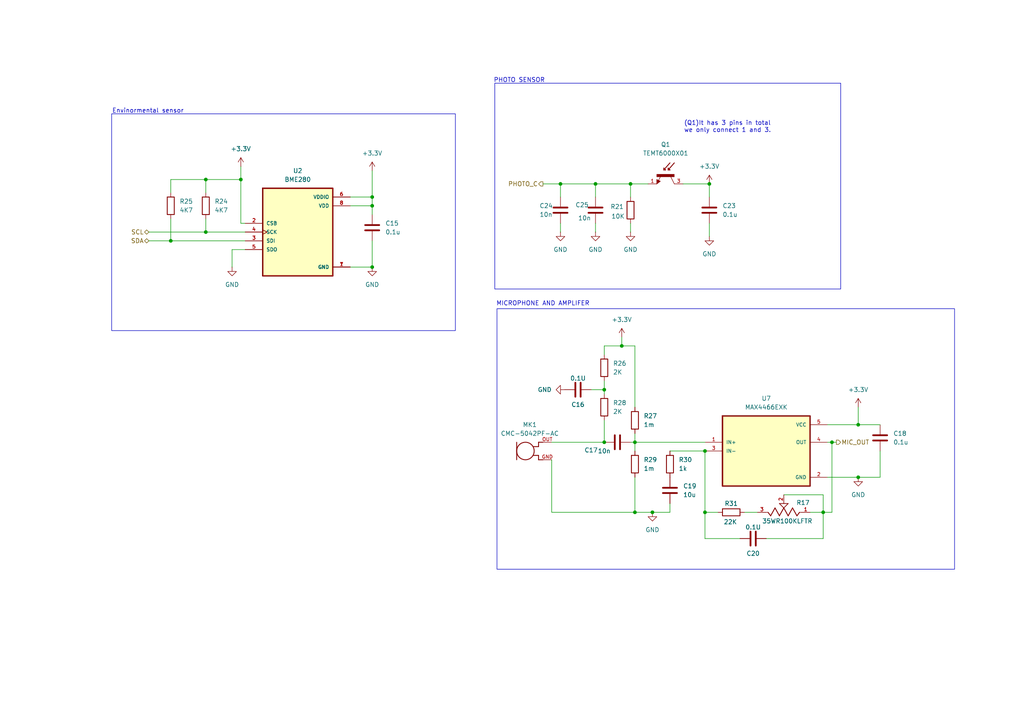
<source format=kicad_sch>
(kicad_sch (version 20250114) (generator "eeschema") (generator_version "9.0")
  (paper "A4")
  (lib_symbols
    (symbol "35WR100KLFTR:35WR100KLFTR" (pin_names (offset 1.016))
      (property "Reference" "R" (at -5.08 5.08 0))
      (property "Value" "35WR100KLFTR" (at -5.08 2.54 0))
      (symbol "35WR100KLFTR_0_0"
        (polyline (pts (xy -5.08 0) (xy -4.572 0)) (stroke (width 0.1524)))
        (polyline (pts (xy -4.572 0) (xy -3.81 1.016)) (stroke (width 0.254)))
        (polyline (pts (xy -3.81 1.016) (xy -2.54 -1.27)) (stroke (width 0.254)))
        (polyline (pts (xy -2.54 -1.27) (xy -1.27 1.016)) (stroke (width 0.254)))
        (polyline (pts (xy -1.27 1.016) (xy 0 -1.27)) (stroke (width 0.254)))
        (polyline (pts (xy -1.27 -2.54) (xy 0 -1.27)) (stroke (width 0.2032)))
        (polyline (pts (xy 0 -1.27) (xy 1.27 1.016)) (stroke (width 0.254)))
        (polyline (pts (xy 0 -1.27) (xy 1.27 -2.54)) (stroke (width 0.2032)))
        (polyline (pts (xy 1.27 1.016) (xy 2.54 -1.27)) (stroke (width 0.254)))
        (polyline (pts (xy 1.27 -2.54) (xy -1.27 -2.54)) (stroke (width 0.2032)))
        (polyline (pts (xy 2.54 -1.27) (xy 3.81 1.016)) (stroke (width 0.254)))
        (polyline (pts (xy 3.81 1.016) (xy 4.572 0)) (stroke (width 0.254)))
        (polyline (pts (xy 4.572 0) (xy 5.08 0)) (stroke (width 0.1524)))
        (pin passive line (at -7.62 0 0) (length 2.54) (name "~") (number "1"))
        (pin passive line (at 0 -5.08 90) (length 2.54) (name "~") (number "2"))
        (pin passive line (at 7.62 0 180) (length 2.54) (name "~") (number "3"))
      )
    )
    (symbol "BME280:BME280" (pin_names (offset 1.016))
      (property "Reference" "U" (at -10.1662 13.3431 0))
      (property "Value" "BME280" (at -10.1683 -15.2524 0))
      (symbol "BME280_0_0"
        (rectangle (start -10.16 -12.7) (end 10.16 12.7) (stroke (width 0.4064)) (fill (type background)))
        (pin input line (at -15.24 2.54 0) (length 5.08) (name "CSB") (number "2"))
        (pin input clock (at -15.24 0 0) (length 5.08) (name "SCK") (number "4"))
        (pin bidirectional line (at -15.24 -2.54 0) (length 5.08) (name "SDI") (number "3"))
        (pin bidirectional line (at -15.24 -5.08 0) (length 5.08) (name "SDO") (number "5"))
        (pin power_in line (at 15.24 10.16 180) (length 5.08) (name "VDDIO") (number "6"))
        (pin power_in line (at 15.24 7.62 180) (length 5.08) (name "VDD") (number "8"))
        (pin power_in line (at 15.24 -10.16 180) (length 5.08) (name "GND") (number "1"))
        (pin power_in line (at 15.24 -10.16 180) (length 5.08) (name "GND") (number "7"))
      )
    )
    (symbol "CMC-5042PF-AC:CMC-5042PF-AC" (pin_names (offset 1.016))
      (property "Reference" "MK" (at -2.5424 5.0848 0))
      (property "Value" "CMC-5042PF-AC" (at -2.5442 -6.3606 0))
      (symbol "CMC-5042PF-AC_0_0"
        (polyline (pts (xy -2.54 2.54) (xy -2.54 -2.54)) (stroke (width 0.254)))
        (circle (center 0 0) (radius 2.54) (stroke (width 0.254)))
        (polyline (pts (xy 3.81 2.54) (xy 3.81 1.27)) (stroke (width 0.254)))
        (polyline (pts (xy 3.81 1.27) (xy 2.2352 1.27)) (stroke (width 0.254)))
        (polyline (pts (xy 3.81 -1.27) (xy 2.2352 -1.27)) (stroke (width 0.254)))
        (polyline (pts (xy 3.81 -2.54) (xy 3.81 -1.27)) (stroke (width 0.254)))
        (polyline (pts (xy 5.08 2.54) (xy 3.81 2.54)) (stroke (width 0.254)))
        (polyline (pts (xy 5.08 -2.54) (xy 3.81 -2.54)) (stroke (width 0.254)))
        (pin output line (at 7.62 2.54 180) (length 2.54) (name "~") (number "OUT"))
        (pin power_in line (at 7.62 -2.54 180) (length 2.54) (name "~") (number "GND"))
      )
    )
    (symbol "Device:C" (pin_numbers (hide yes)) (pin_names (offset 0.254))
      (property "Reference" "C" (at 0.635 2.54 0))
      (property "Value" "C" (at 0.635 -2.54 0))
      (symbol "C_0_1"
        (polyline (pts (xy -2.032 0.762) (xy 2.032 0.762)) (stroke (width 0.508)))
        (polyline (pts (xy -2.032 -0.762) (xy 2.032 -0.762)) (stroke (width 0.508)))
      )
      (symbol "C_1_1"
        (pin passive line (at 0 3.81 270) (length 2.794) (name "~") (number "1"))
        (pin passive line (at 0 -3.81 90) (length 2.794) (name "~") (number "2"))
      )
    )
    (symbol "Device:R" (pin_numbers (hide yes)) (pin_names (offset 0))
      (property "Reference" "R" (at 2.032 0 90))
      (property "Value" "R" (at 0 0 90))
      (symbol "R_0_1"
        (rectangle (start -1.016 -2.54) (end 1.016 2.54) (stroke (width 0.254)))
      )
      (symbol "R_1_1"
        (pin passive line (at 0 3.81 270) (length 1.27) (name "~") (number "1"))
        (pin passive line (at 0 -3.81 90) (length 1.27) (name "~") (number "2"))
      )
    )
    (symbol "MAX4466EXK:MAX4466EXK" (pin_names (offset 1.016))
      (property "Reference" "U" (at -12.7 11.16 0))
      (property "Value" "MAX4466EXK" (at -12.7 -14.16 0))
      (symbol "MAX4466EXK_0_0"
        (rectangle (start -12.7 -10.16) (end 12.7 10.16) (stroke (width 0.41)) (fill (type background)))
        (pin input line (at -17.78 2.54 0) (length 5.08) (name "IN+") (number "1"))
        (pin input line (at -17.78 0 0) (length 5.08) (name "IN-") (number "3"))
        (pin power_in line (at 17.78 7.62 180) (length 5.08) (name "VCC") (number "5"))
        (pin output line (at 17.78 2.54 180) (length 5.08) (name "OUT") (number "4"))
        (pin power_in line (at 17.78 -7.62 180) (length 5.08) (name "GND") (number "2"))
      )
    )
    (symbol "TEMT6000X01:TEMT6000X01" (pin_names (offset 1.016))
      (property "Reference" "Q" (at 5.0999 0 0))
      (property "Value" "TEMT6000X01" (at 5.0887 -2.5444 0))
      (symbol "TEMT6000X01_0_0"
        (polyline (pts (xy -3.556 2.54) (xy -1.524 0.762)) (stroke (width 0.254)))
        (polyline (pts (xy -3.556 1.27) (xy -1.524 -0.508)) (stroke (width 0.254)))
        (polyline (pts (xy -2.032 0.762) (xy -1.524 1.27)) (stroke (width 0.254)))
        (polyline (pts (xy -2.032 -0.508) (xy -1.524 0)) (stroke (width 0.254)))
        (polyline (pts (xy -1.524 1.27) (xy -1.524 0.762)) (stroke (width 0.254)))
        (polyline (pts (xy -1.524 0.762) (xy -2.032 0.762)) (stroke (width 0.254)))
        (polyline (pts (xy -1.524 0) (xy -1.524 -0.508)) (stroke (width 0.254)))
        (polyline (pts (xy -1.524 -0.508) (xy -2.032 -0.508)) (stroke (width 0.254)))
        (rectangle (start -0.2547 -2.5468) (end 0.508 2.54) (stroke (width 0.1)) (fill (type outline)))
        (polyline (pts (xy 1.27 -2.54) (xy 1.778 -1.524)) (stroke (width 0.1524)))
        (polyline (pts (xy 1.524 -2.286) (xy 1.905 -2.286)) (stroke (width 0.254)))
        (polyline (pts (xy 1.524 -2.413) (xy 2.286 -2.413)) (stroke (width 0.254)))
        (polyline (pts (xy 1.54 -2.04) (xy 0.308 -1.424)) (stroke (width 0.1524)))
        (polyline (pts (xy 1.778 -1.524) (xy 2.54 -2.54)) (stroke (width 0.1524)))
        (polyline (pts (xy 1.778 -1.778) (xy 1.524 -2.286)) (stroke (width 0.254)))
        (polyline (pts (xy 1.905 -2.286) (xy 1.778 -2.032)) (stroke (width 0.254)))
        (polyline (pts (xy 2.286 -2.413) (xy 1.778 -1.778)) (stroke (width 0.254)))
        (polyline (pts (xy 2.54 2.54) (xy 0.508 1.524)) (stroke (width 0.1524)))
        (polyline (pts (xy 2.54 -2.54) (xy 1.27 -2.54)) (stroke (width 0.1524)))
        (pin passive line (at 2.54 5.08 270) (length 2.54) (name "~") (number "3"))
        (pin passive line (at 2.54 -5.08 90) (length 2.54) (name "~") (number "1"))
      )
    )
    (symbol "power:+3.3V" (power) (pin_numbers (hide yes)) (pin_names (offset 0) (hide yes))
      (property "Value" "+3.3V" (at 0 3.556 0))
      (symbol "+3.3V_0_1"
        (polyline (pts (xy -0.762 1.27) (xy 0 2.54)))
        (polyline (pts (xy 0 2.54) (xy 0.762 1.27)))
        (polyline (pts (xy 0 0) (xy 0 2.54)))
      )
      (symbol "+3.3V_1_1"
        (pin power_in line (at 0 0 90) (length 0) (name "~") (number "1"))
      )
    )
    (symbol "power:GND" (power) (pin_numbers (hide yes)) (pin_names (offset 0) (hide yes))
      (property "Value" "GND" (at 0 -3.81 0))
      (symbol "GND_0_1"
        (polyline (pts (xy 0 0) (xy 0 -1.27) (xy 1.27 -1.27) (xy 0 -2.54) (xy -1.27 -1.27) (xy 0 -1.27)))
      )
      (symbol "GND_1_1"
        (pin power_in line (at 0 0 270) (length 0) (name "~") (number "1"))
      )
    )
  )
  (rectangle (start 143.51 24.13) (end 243.84 83.82))
  (rectangle (start 32.385 33.02) (end 132.08 95.885))
  (rectangle (start 144.145 89.535) (end 276.86 165.1))
  (text "PHOTO SENSOR" (at 150.622 23.368 0) (effects (font (size 1.27 1.27))))
  (text "MICROPHONE AND AMPLIFER" (at 157.48 88.138 0) (effects (font (size 1.27 1.27))))
  (text "\n(Q1)It has 3 pins in total \nwe only connect 1 and 3." (at 198.374 35.814 0) (effects (font (size 1.27 1.27)) (justify left)))
  (text "Envinormental sensor" (at 42.926 32.258 0) (effects (font (size 1.27 1.27))))
  (junction (at 107.95 77.47))
  (junction (at 69.85 52.07))
  (junction (at 107.95 59.69))
  (junction (at 180.34 100.33))
  (junction (at 184.15 148.59))
  (junction (at 241.3 128.27))
  (junction (at 184.15 128.27))
  (junction (at 182.88 53.34))
  (junction (at 49.53 69.85))
  (junction (at 59.69 67.31))
  (junction (at 107.95 57.15))
  (junction (at 205.74 53.34))
  (junction (at 204.47 148.59))
  (junction (at 248.92 123.19))
  (junction (at 175.26 128.27))
  (junction (at 238.76 148.59))
  (junction (at 59.69 52.07))
  (junction (at 189.23 148.59))
  (junction (at 204.47 130.81))
  (junction (at 248.92 138.43))
  (junction (at 162.56 53.34))
  (junction (at 172.72 53.34))
  (junction (at 175.26 113.03))
  (wire (pts (xy 182.88 53.34) (xy 182.88 57.15)))
  (wire (pts (xy 184.15 148.59) (xy 189.23 148.59)))
  (wire (pts (xy 180.34 100.33) (xy 184.15 100.33)))
  (wire (pts (xy 160.02 133.35) (xy 160.02 148.59)))
  (wire (pts (xy 255.27 130.81) (xy 255.27 138.43)))
  (wire (pts (xy 71.12 72.39) (xy 67.31 72.39)))
  (wire (pts (xy 107.95 57.15) (xy 107.95 59.69)))
  (wire (pts (xy 162.56 53.34) (xy 172.72 53.34)))
  (wire (pts (xy 184.15 128.27) (xy 184.15 130.81)))
  (wire (pts (xy 101.6 59.69) (xy 107.95 59.69)))
  (wire (pts (xy 255.27 138.43) (xy 248.92 138.43)))
  (wire (pts (xy 59.69 63.5) (xy 59.69 67.31)))
  (wire (pts (xy 175.26 100.33) (xy 180.34 100.33)))
  (wire (pts (xy 59.69 52.07) (xy 69.85 52.07)))
  (wire (pts (xy 182.88 128.27) (xy 184.15 128.27)))
  (wire (pts (xy 240.03 123.19) (xy 248.92 123.19)))
  (wire (pts (xy 107.95 69.85) (xy 107.95 77.47)))
  (wire (pts (xy 160.02 128.27) (xy 175.26 128.27)))
  (wire (pts (xy 49.53 63.5) (xy 49.53 69.85)))
  (wire (pts (xy 69.85 48.26) (xy 69.85 52.07)))
  (wire (pts (xy 184.15 100.33) (xy 184.15 118.11)))
  (wire (pts (xy 175.26 113.03) (xy 175.26 114.3)))
  (wire (pts (xy 204.47 156.21) (xy 214.63 156.21)))
  (wire (pts (xy 101.6 77.47) (xy 107.95 77.47)))
  (wire (pts (xy 241.3 128.27) (xy 241.3 148.59)))
  (wire (pts (xy 49.53 69.85) (xy 71.12 69.85)))
  (wire (pts (xy 194.31 130.81) (xy 204.47 130.81)))
  (wire (pts (xy 234.95 148.59) (xy 238.76 148.59)))
  (wire (pts (xy 101.6 57.15) (xy 107.95 57.15)))
  (wire (pts (xy 242.57 128.27) (xy 241.3 128.27)))
  (wire (pts (xy 171.45 113.03) (xy 175.26 113.03)))
  (wire (pts (xy 184.15 125.73) (xy 184.15 128.27)))
  (wire (pts (xy 175.26 110.49) (xy 175.26 113.03)))
  (wire (pts (xy 49.53 52.07) (xy 49.53 55.88)))
  (wire (pts (xy 172.72 53.34) (xy 182.88 53.34)))
  (wire (pts (xy 204.47 148.59) (xy 208.28 148.59)))
  (wire (pts (xy 107.95 59.69) (xy 107.95 62.23)))
  (wire (pts (xy 204.47 156.21) (xy 204.47 148.59)))
  (wire (pts (xy 255.27 123.19) (xy 248.92 123.19)))
  (wire (pts (xy 189.23 148.59) (xy 194.31 148.59)))
  (wire (pts (xy 59.69 52.07) (xy 59.69 55.88)))
  (wire (pts (xy 204.47 130.81) (xy 204.47 148.59)))
  (wire (pts (xy 238.76 156.21) (xy 238.76 148.59)))
  (wire (pts (xy 162.56 53.34) (xy 162.56 57.15)))
  (wire (pts (xy 241.3 128.27) (xy 240.03 128.27)))
  (wire (pts (xy 43.18 69.85) (xy 49.53 69.85)))
  (wire (pts (xy 227.33 143.51) (xy 238.76 143.51)))
  (wire (pts (xy 67.31 72.39) (xy 67.31 77.47)))
  (wire (pts (xy 59.69 67.31) (xy 71.12 67.31)))
  (wire (pts (xy 248.92 118.11) (xy 248.92 123.19)))
  (wire (pts (xy 69.85 52.07) (xy 69.85 64.77)))
  (wire (pts (xy 69.85 64.77) (xy 71.12 64.77)))
  (wire (pts (xy 180.34 97.79) (xy 180.34 100.33)))
  (wire (pts (xy 184.15 138.43) (xy 184.15 148.59)))
  (wire (pts (xy 172.72 57.15) (xy 172.72 53.34)))
  (wire (pts (xy 175.26 102.87) (xy 175.26 100.33)))
  (wire (pts (xy 198.12 53.34) (xy 205.74 53.34)))
  (wire (pts (xy 175.26 121.92) (xy 175.26 128.27)))
  (wire (pts (xy 182.88 64.77) (xy 182.88 67.31)))
  (wire (pts (xy 205.74 53.34) (xy 205.74 57.15)))
  (wire (pts (xy 172.72 64.77) (xy 172.72 67.31)))
  (wire (pts (xy 238.76 148.59) (xy 241.3 148.59)))
  (wire (pts (xy 157.48 53.34) (xy 162.56 53.34)))
  (wire (pts (xy 162.56 64.77) (xy 162.56 67.31)))
  (wire (pts (xy 184.15 128.27) (xy 204.47 128.27)))
  (wire (pts (xy 49.53 52.07) (xy 59.69 52.07)))
  (wire (pts (xy 238.76 143.51) (xy 238.76 148.59)))
  (wire (pts (xy 182.88 53.34) (xy 187.96 53.34)))
  (wire (pts (xy 215.9 148.59) (xy 219.71 148.59)))
  (wire (pts (xy 160.02 148.59) (xy 184.15 148.59)))
  (wire (pts (xy 240.03 138.43) (xy 248.92 138.43)))
  (wire (pts (xy 43.18 67.31) (xy 59.69 67.31)))
  (wire (pts (xy 222.25 156.21) (xy 238.76 156.21)))
  (wire (pts (xy 205.74 64.77) (xy 205.74 68.58)))
  (wire (pts (xy 107.95 49.53) (xy 107.95 57.15)))
  (wire (pts (xy 194.31 146.05) (xy 194.31 148.59)))
  (hierarchical_label "SDA" (shape bidirectional) (at 43.18 69.85 180))
  (hierarchical_label "MIC_OUT" (shape output) (at 242.57 128.27 0))
  (hierarchical_label "SCL" (shape bidirectional) (at 43.18 67.31 180))
  (hierarchical_label "PHOTO_C" (shape output) (at 157.48 53.34 180))
  (symbol (lib_id "power:GND") (at 163.83 113.03 270) (unit 1)
    (property "Reference" "#PWR045" (effects (hide yes)))
    (property "Value" "GND" (at 160.02 113.0299 90) (effects (justify right)))
    (property "Description" "Power symbol creates a global label with name \"GND\" , ground" (effects (hide yes)))
  )
  (symbol (lib_id "Device:R") (at 182.88 60.96 0) (unit 1)
    (property "Reference" "R21" (at 177.038 59.944 0) (effects (justify left)))
    (property "Value" "10K" (at 177.292 62.738 0) (effects (justify left)))
    (property "Footprint" "Resistor_SMD:R_0805_2012Metric" (effects (hide yes)))
    (property "Description" "Resistor" (effects (hide yes)))
    (property "PACKAGE" "0805" (effects (hide yes)))
  )
  (symbol (lib_id "power:+3.3V") (at 248.92 118.11 0) (unit 1)
    (property "Reference" "#PWR041" (effects (hide yes)))
    (property "Value" "+3.3V" (at 248.92 113.03 0))
    (property "Description" "Power symbol creates a global label with name \"+3.3V\"" (effects (hide yes)))
  )
  (symbol (lib_id "power:+3.3V") (at 180.34 97.79 0) (unit 1)
    (property "Reference" "#PWR044" (effects (hide yes)))
    (property "Value" "+3.3V" (at 180.34 92.71 0))
    (property "Description" "Power symbol creates a global label with name \"+3.3V\"" (effects (hide yes)))
  )
  (symbol (lib_id "power:GND") (at 182.88 67.31 0) (unit 1)
    (property "Reference" "#PWR0103" (effects (hide yes)))
    (property "Value" "GND" (at 182.88 72.39 0))
    (property "Description" "Power symbol creates a global label with name \"GND\" , ground" (effects (hide yes)))
  )
  (symbol (lib_id "power:GND") (at 67.31 77.47 0) (unit 1)
    (property "Reference" "#PWR036" (effects (hide yes)))
    (property "Value" "GND" (at 67.31 82.55 0))
    (property "Description" "Power symbol creates a global label with name \"GND\" , ground" (effects (hide yes)))
  )
  (symbol (lib_id "Device:C") (at 205.74 60.96 0) (unit 1)
    (property "Reference" "C23" (at 209.55 59.6899 0) (effects (justify left)))
    (property "Value" "0.1u" (at 209.55 62.2299 0) (effects (justify left)))
    (property "Footprint" "Capacitor_SMD:C_0805_2012Metric" (effects (hide yes)))
    (property "Description" "Unpolarized capacitor" (effects (hide yes)))
  )
  (symbol (lib_id "power:GND") (at 172.72 67.31 0) (unit 1)
    (property "Reference" "#PWR0101" (effects (hide yes)))
    (property "Value" "GND" (at 172.72 72.39 0))
    (property "Description" "Power symbol creates a global label with name \"GND\" , ground" (effects (hide yes)))
  )
  (symbol (lib_id "Device:C") (at 167.64 113.03 90) (unit 1)
    (property "Reference" "C16" (at 167.64 117.348 90))
    (property "Value" "0.1U" (at 167.64 109.728 90))
    (property "Footprint" "Capacitor_SMD:C_0805_2012Metric" (effects (hide yes)))
    (property "Description" "Unpolarized capacitor" (effects (hide yes)))
  )
  (symbol (lib_id "Device:R") (at 59.69 59.69 0) (unit 1)
    (property "Reference" "R24" (at 62.23 58.4199 0) (effects (justify left)))
    (property "Value" "4K7" (at 62.23 60.9599 0) (effects (justify left)))
    (property "Footprint" "Resistor_SMD:R_0805_2012Metric" (effects (hide yes)))
    (property "Description" "Resistor" (effects (hide yes)))
  )
  (symbol (lib_id "TEMT6000X01:TEMT6000X01") (at 193.04 50.8 270) (unit 1)
    (property "Reference" "Q1" (at 193.0654 41.91 90))
    (property "Value" "TEMT6000X01" (at 193.0654 44.45 90))
    (property "Footprint" "Footprints:TRANS_TEMT6000X01" (effects (hide yes)))
    (property "MF" "Vishay Semiconductor" (effects (hide yes)))
    (property "Description_1" "Phototransistors 570nm Top View 1206 (3216 Metric)" (effects (hide yes)))
    (property "Package" "1206 Vishay" (effects (hide yes)))
    (property "Price" "None" (effects (hide yes)))
    (property "Check_prices" "https://www.snapeda.com/parts/TEMT6000X01/Vishay/view-part/?ref=eda" (effects (hide yes)))
    (property "STANDARD" "Manufacturer Recommendations" (effects (hide yes)))
    (property "PARTREV" "1.9" (effects (hide yes)))
    (property "SnapEDA_Link" "https://www.snapeda.com/parts/TEMT6000X01/Vishay/view-part/?ref=snap" (effects (hide yes)))
    (property "MP" "TEMT6000X01" (effects (hide yes)))
    (property "Availability" "In Stock" (effects (hide yes)))
    (property "MANUFACTURER" "VISHAY" (effects (hide yes)))
    (property "Sim.Library" ".\\" (effects (hide yes)))
  )
  (symbol (lib_id "Device:R") (at 212.09 148.59 90) (unit 1)
    (property "Reference" "R31" (at 212.09 146.05 90))
    (property "Value" "22K" (at 211.836 151.384 90))
    (property "Footprint" "Resistor_SMD:R_0805_2012Metric" (effects (hide yes)))
    (property "Description" "Resistor" (effects (hide yes)))
  )
  (symbol (lib_id "power:+3.3V") (at 205.74 53.34 0) (unit 1)
    (property "Reference" "#PWR039" (effects (hide yes)))
    (property "Value" "+3.3V" (at 205.74 48.26 0))
    (property "Description" "Power symbol creates a global label with name \"+3.3V\"" (effects (hide yes)))
  )
  (symbol (lib_id "power:+3.3V") (at 107.95 49.53 0) (unit 1)
    (property "Reference" "#PWR037" (effects (hide yes)))
    (property "Value" "+3.3V" (at 107.95 44.45 0))
    (property "Description" "Power symbol creates a global label with name \"+3.3V\"" (effects (hide yes)))
  )
  (symbol (lib_id "Device:C") (at 107.95 66.04 0) (unit 1)
    (property "Reference" "C15" (at 111.76 64.7699 0) (effects (justify left)))
    (property "Value" "0.1u" (at 111.76 67.3099 0) (effects (justify left)))
    (property "Footprint" "Capacitor_SMD:C_0805_2012Metric" (effects (hide yes)))
    (property "Description" "Unpolarized capacitor" (effects (hide yes)))
  )
  (symbol (lib_id "power:GND") (at 107.95 77.47 0) (unit 1)
    (property "Reference" "#PWR038" (effects (hide yes)))
    (property "Value" "GND" (at 107.95 82.55 0))
    (property "Description" "Power symbol creates a global label with name \"GND\" , ground" (effects (hide yes)))
  )
  (symbol (lib_id "power:+3.3V") (at 69.85 48.26 0) (unit 1)
    (property "Reference" "#PWR035" (effects (hide yes)))
    (property "Value" "+3.3V" (at 69.85 43.18 0))
    (property "Description" "Power symbol creates a global label with name \"+3.3V\"" (effects (hide yes)))
  )
  (symbol (lib_id "power:GND") (at 162.56 67.31 0) (unit 1)
    (property "Reference" "#PWR0102" (effects (hide yes)))
    (property "Value" "GND" (at 162.56 72.39 0))
    (property "Description" "Power symbol creates a global label with name \"GND\" , ground" (effects (hide yes)))
  )
  (symbol (lib_id "CMC-5042PF-AC:CMC-5042PF-AC") (at 152.4 130.81 0) (unit 1)
    (property "Reference" "MK1" (at 153.67 123.19 0))
    (property "Value" "CMC-5042PF-AC" (at 153.67 125.73 0))
    (property "Footprint" "Footprints:CUI_CMC-5042PF-AC" (effects (hide yes)))
    (property "MF" "Same Sky" (effects (hide yes)))
    (property "Description_1" "6.0 mm, Omnidirectional, PCB Mount, 2.0 Vdc, Electret Condenser Microphone" (effects (hide yes)))
    (property "Package" "None" (effects (hide yes)))
    (property "Price" "None" (effects (hide yes)))
    (property "Check_prices" "https://www.snapeda.com/parts/CMC-5042PF-AC/Same+Sky/view-part/?ref=eda" (effects (hide yes)))
    (property "STANDARD" "Manufacturer recommendations" (effects (hide yes)))
    (property "SnapEDA_Link" "https://www.snapeda.com/parts/CMC-5042PF-AC/Same+Sky/view-part/?ref=snap" (effects (hide yes)))
    (property "MP" "CMC-5042PF-AC" (effects (hide yes)))
    (property "Availability" "In Stock" (effects (hide yes)))
    (property "MANUFACTURER" "CUI INC" (effects (hide yes)))
  )
  (symbol (lib_id "Device:R") (at 175.26 118.11 180) (unit 1)
    (property "Reference" "R28" (at 177.8 116.8399 0) (effects (justify right)))
    (property "Value" "2K" (at 177.8 119.3799 0) (effects (justify right)))
    (property "Footprint" "Resistor_SMD:R_0805_2012Metric" (effects (hide yes)))
    (property "Description" "Resistor" (effects (hide yes)))
  )
  (symbol (lib_id "power:GND") (at 205.74 68.58 0) (unit 1)
    (property "Reference" "#PWR040" (effects (hide yes)))
    (property "Value" "GND" (at 205.74 73.66 0))
    (property "Description" "Power symbol creates a global label with name \"GND\" , ground" (effects (hide yes)))
  )
  (symbol (lib_id "35WR100KLFTR:35WR100KLFTR") (at 227.33 148.59 180) (unit 1)
    (property "Reference" "R17" (at 232.918 145.796 0))
    (property "Value" "35WR100KLFTR" (at 228.346 151.13 0))
    (property "Footprint" "Footprints:TRIM_35WR100KLFTR" (effects (hide yes)))
    (property "MF" "TT Electronics/BI" (effects (hide yes)))
    (property "MAXIMUM_PACKAGE_HEIGHT" "1.8mm" (effects (hide yes)))
    (property "Package" "TT Electronics/BI" (effects (hide yes)))
    (property "Price" "None" (effects (hide yes)))
    (property "Check_prices" "https://www.snapeda.com/parts/35WR100KLFTR/TT/view-part/?ref=eda" (effects (hide yes)))
    (property "STANDARD" "Manufacturer Recommendations" (effects (hide yes)))
    (property "PARTREV" "D" (effects (hide yes)))
    (property "SnapEDA_Link" "https://www.snapeda.com/parts/35WR100KLFTR/TT/view-part/?ref=snap" (effects (hide yes)))
    (property "MP" "35WR100KLFTR" (effects (hide yes)))
    (property "Description_1" "100 kOhms 0.1W, 1/10W - Surface Mount Trimmer Potentiometer Cermet 1.0 Turn Top Adjustment" (effects (hide yes)))
    (property "Availability" "In Stock" (effects (hide yes)))
    (property "MANUFACTURER" "TT Electronics/BI" (effects (hide yes)))
  )
  (symbol (lib_id "Device:R") (at 49.53 59.69 0) (unit 1)
    (property "Reference" "R25" (at 52.07 58.4199 0) (effects (justify left)))
    (property "Value" "4K7" (at 52.07 60.9599 0) (effects (justify left)))
    (property "Footprint" "Resistor_SMD:R_0805_2012Metric" (effects (hide yes)))
    (property "Description" "Resistor" (effects (hide yes)))
  )
  (symbol (lib_id "Device:C") (at 162.56 60.96 0) (unit 1)
    (property "Reference" "C24" (at 156.464 59.69 0) (effects (justify left)))
    (property "Value" "10n" (at 156.464 62.23 0) (effects (justify left)))
    (property "Footprint" "Capacitor_SMD:C_0805_2012Metric" (effects (hide yes)))
    (property "Description" "Unpolarized capacitor" (effects (hide yes)))
  )
  (symbol (lib_id "power:GND") (at 189.23 148.59 0) (unit 1)
    (property "Reference" "#PWR043" (effects (hide yes)))
    (property "Value" "GND" (at 189.23 153.67 0))
    (property "Description" "Power symbol creates a global label with name \"GND\" , ground" (effects (hide yes)))
  )
  (symbol (lib_id "Device:R") (at 184.15 134.62 180) (unit 1)
    (property "Reference" "R29" (at 186.69 133.3499 0) (effects (justify right)))
    (property "Value" "1m" (at 186.69 135.8899 0) (effects (justify right)))
    (property "Footprint" "Resistor_SMD:R_0805_2012Metric" (effects (hide yes)))
    (property "Description" "Resistor" (effects (hide yes)))
  )
  (symbol (lib_id "Device:C") (at 172.72 60.96 0) (unit 1)
    (property "Reference" "C25" (at 166.878 59.436 0) (effects (justify left)))
    (property "Value" "10n" (at 167.64 63.246 0) (effects (justify left)))
    (property "Footprint" "Capacitor_SMD:C_0805_2012Metric" (effects (hide yes)))
    (property "Description" "Unpolarized capacitor" (effects (hide yes)))
  )
  (symbol (lib_id "Device:R") (at 175.26 106.68 180) (unit 1)
    (property "Reference" "R26" (at 177.8 105.4099 0) (effects (justify right)))
    (property "Value" "2K" (at 177.8 107.9499 0) (effects (justify right)))
    (property "Footprint" "Resistor_SMD:R_0805_2012Metric" (effects (hide yes)))
    (property "Description" "Resistor" (effects (hide yes)))
  )
  (symbol (lib_id "Device:C") (at 194.31 142.24 0) (unit 1)
    (property "Reference" "C19" (at 198.12 140.9699 0) (effects (justify left)))
    (property "Value" "10u" (at 198.12 143.5099 0) (effects (justify left)))
    (property "Footprint" "Capacitor_SMD:C_0805_2012Metric" (effects (hide yes)))
    (property "Description" "Unpolarized capacitor" (effects (hide yes)))
  )
  (symbol (lib_id "Device:R") (at 184.15 121.92 180) (unit 1)
    (property "Reference" "R27" (at 186.69 120.6499 0) (effects (justify right)))
    (property "Value" "1m" (at 186.69 123.1899 0) (effects (justify right)))
    (property "Footprint" "Resistor_SMD:R_0805_2012Metric" (effects (hide yes)))
    (property "Description" "Resistor" (effects (hide yes)))
  )
  (symbol (lib_id "BME280:BME280") (at 86.36 67.31 0) (unit 1)
    (property "Reference" "U2" (at 86.36 49.53 0))
    (property "Value" "BME280" (at 86.36 52.07 0))
    (property "Footprint" "Footprints:PSON65P250X250X100-8N" (effects (hide yes)))
    (property "MF" "Bosch" (effects (hide yes)))
    (property "DESCRIPTION" "Integrated pressure, humidity and temperature sensor; 8-pin 2.5x2.5x0.93mm LGA" (effects (hide yes)))
    (property "PACKAGE" "LGA-8 Bosch" (effects (hide yes)))
    (property "PRICE" "4.94 USD" (effects (hide yes)))
    (property "Package" "LGA-8 Bosch" (effects (hide yes)))
    (property "Check_prices" "https://www.snapeda.com/parts/BME280/Bosch+Sensortec/view-part/?ref=eda" (effects (hide yes)))
    (property "STANDARD" "IPC-7351B" (effects (hide yes)))
    (property "SnapEDA_Link" "https://www.snapeda.com/parts/BME280/Bosch+Sensortec/view-part/?ref=snap" (effects (hide yes)))
    (property "MP" "BME280" (effects (hide yes)))
    (property "Price" "None" (effects (hide yes)))
    (property "Availability" "In Stock" (effects (hide yes)))
    (property "AVAILABILITY" "Good" (effects (hide yes)))
    (property "Description_1" "Board Mount Humidity Sensors MEMS humidity, pressure and temperature sensor" (effects (hide yes)))
  )
  (symbol (lib_id "Device:C") (at 218.44 156.21 90) (unit 1)
    (property "Reference" "C20" (at 218.44 160.528 90))
    (property "Value" "0.1U" (at 218.44 152.908 90))
    (property "Footprint" "Capacitor_SMD:C_0805_2012Metric" (effects (hide yes)))
    (property "Description" "Unpolarized capacitor" (effects (hide yes)))
  )
  (symbol (lib_id "Device:C") (at 179.07 128.27 90) (unit 1)
    (property "Reference" "C17" (at 171.45 130.556 90))
    (property "Value" "10n" (at 175.26 130.81 90))
    (property "Footprint" "Capacitor_SMD:C_0805_2012Metric" (effects (hide yes)))
    (property "Description" "Unpolarized capacitor" (effects (hide yes)))
  )
  (symbol (lib_id "power:GND") (at 248.92 138.43 0) (unit 1)
    (property "Reference" "#PWR042" (effects (hide yes)))
    (property "Value" "GND" (at 248.92 143.51 0))
    (property "Description" "Power symbol creates a global label with name \"GND\" , ground" (effects (hide yes)))
  )
  (symbol (lib_id "Device:C") (at 255.27 127 0) (unit 1)
    (property "Reference" "C18" (at 259.08 125.7299 0) (effects (justify left)))
    (property "Value" "0.1u" (at 259.08 128.2699 0) (effects (justify left)))
    (property "Footprint" "Capacitor_SMD:C_0805_2012Metric" (effects (hide yes)))
    (property "Description" "Unpolarized capacitor" (effects (hide yes)))
  )
  (symbol (lib_id "MAX4466EXK:MAX4466EXK") (at 222.25 130.81 0) (unit 1)
    (property "Reference" "U7" (at 222.25 115.57 0))
    (property "Value" "MAX4466EXK" (at 222.25 118.11 0))
    (property "Footprint" "Footprints:SOT65P210X110-5N" (effects (hide yes)))
    (property "MF" "Analog Devices" (effects (hide yes)))
    (property "Description_1" "Amplifier IC 1-Channel (Mono) Class AB SC-70-5" (effects (hide yes)))
    (property "Package" "SC-70-5 Maxim" (effects (hide yes)))
    (property "Price" "None" (effects (hide yes)))
    (property "SnapEDA_Link" "https://www.snapeda.com/parts/MAX4466EXK/Analog+Devices/view-part/?ref=snap" (effects (hide yes)))
    (property "MP" "MAX4466EXK" (effects (hide yes)))
    (property "Availability" "In Stock" (effects (hide yes)))
    (property "Check_prices" "https://www.snapeda.com/parts/MAX4466EXK/Analog+Devices/view-part/?ref=eda" (effects (hide yes)))
  )
  (symbol (lib_id "Device:R") (at 194.31 134.62 180) (unit 1)
    (property "Reference" "R30" (at 196.85 133.3499 0) (effects (justify right)))
    (property "Value" "1k" (at 196.85 135.8899 0) (effects (justify right)))
    (property "Footprint" "Resistor_SMD:R_0805_2012Metric" (effects (hide yes)))
    (property "Description" "Resistor" (effects (hide yes)))
  )
)
</source>
